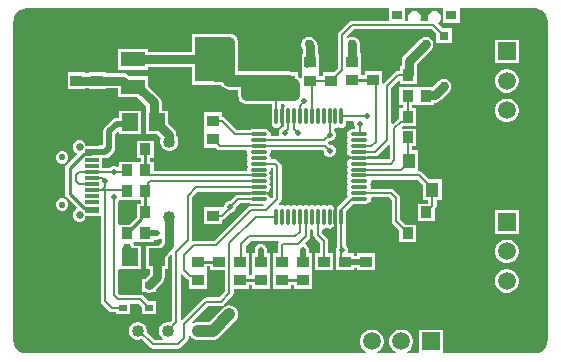
<source format=gtl>
G04*
G04 #@! TF.GenerationSoftware,Altium Limited,Altium Designer,21.2.2 (38)*
G04*
G04 Layer_Physical_Order=1*
G04 Layer_Color=255*
%FSLAX25Y25*%
%MOIN*%
G70*
G04*
G04 #@! TF.SameCoordinates,90EED6A2-F189-4C83-9C70-3762F5BC3ACE*
G04*
G04*
G04 #@! TF.FilePolarity,Positive*
G04*
G01*
G75*
%ADD10C,0.01000*%
%ADD19C,0.00800*%
%ADD21R,0.03661X0.03858*%
%ADD22R,0.02756X0.02362*%
%ADD23R,0.02756X0.04331*%
%ADD24R,0.03858X0.03661*%
%ADD25R,0.09055X0.14961*%
%ADD26R,0.07874X0.04724*%
%ADD27R,0.05256X0.05906*%
%ADD28R,0.03543X0.03150*%
%ADD29R,0.03150X0.03150*%
%ADD30R,0.04331X0.05118*%
%ADD31O,0.05906X0.01063*%
%ADD32O,0.01063X0.05906*%
%ADD33R,0.07874X0.08583*%
%ADD34R,0.04528X0.02362*%
%ADD35R,0.04528X0.01181*%
G04:AMPARAMS|DCode=36|XSize=40mil|YSize=40mil|CornerRadius=20mil|HoleSize=0mil|Usage=FLASHONLY|Rotation=0.000|XOffset=0mil|YOffset=0mil|HoleType=Round|Shape=RoundedRectangle|*
%AMROUNDEDRECTD36*
21,1,0.04000,0.00000,0,0,0.0*
21,1,0.00000,0.04000,0,0,0.0*
1,1,0.04000,0.00000,0.00000*
1,1,0.04000,0.00000,0.00000*
1,1,0.04000,0.00000,0.00000*
1,1,0.04000,0.00000,0.00000*
%
%ADD36ROUNDEDRECTD36*%
%ADD59C,0.02000*%
%ADD60C,0.03000*%
%ADD61C,0.01500*%
%ADD62C,0.04000*%
%ADD63R,0.05906X0.05906*%
%ADD64C,0.05906*%
%ADD65R,0.05906X0.05906*%
%ADD66C,0.02165*%
%ADD67C,0.02559*%
%ADD68C,0.02000*%
%ADD69C,0.03000*%
%ADD70C,0.04000*%
G36*
X88073Y53591D02*
X87718Y53237D01*
X87175Y53401D01*
X87148Y53539D01*
X86809Y54045D01*
X86303Y54384D01*
X85705Y54503D01*
X80863D01*
X80265Y54384D01*
X80242Y54369D01*
X76383D01*
X76383Y54369D01*
X75837Y54260D01*
X75374Y53951D01*
X75374Y53950D01*
X73628Y52205D01*
X73249D01*
X72514Y51900D01*
X71951Y51338D01*
X71647Y50603D01*
Y50366D01*
X71429Y50196D01*
X70929Y50299D01*
Y50299D01*
X65071D01*
Y44638D01*
X70929D01*
Y46045D01*
X71457Y46150D01*
X71920Y46459D01*
X73665Y48205D01*
X74045D01*
X74780Y48509D01*
X75342Y49072D01*
X75647Y49807D01*
Y50186D01*
X76974Y51514D01*
X80242D01*
X80265Y51499D01*
X80863Y51380D01*
X84695D01*
X84963Y50880D01*
X84874Y50748D01*
X80759D01*
X80213Y50639D01*
X79750Y50329D01*
X79750Y50329D01*
X68372Y38952D01*
X61678D01*
X61499Y39048D01*
X61218Y39390D01*
Y53537D01*
X63131Y55451D01*
X80242D01*
X80265Y55436D01*
X80863Y55317D01*
X85705D01*
X86303Y55436D01*
X86809Y55774D01*
X87148Y56280D01*
X87267Y56878D01*
X87148Y57476D01*
X86889Y57863D01*
X87148Y58250D01*
X87267Y58848D01*
X87148Y59445D01*
X86890Y59831D01*
X87148Y60217D01*
X87267Y60815D01*
X87148Y61413D01*
X86889Y61800D01*
X87148Y62187D01*
X87267Y62785D01*
X87236Y62938D01*
X87553Y63325D01*
X88073D01*
Y53591D01*
D02*
G37*
G36*
X44002Y51429D02*
X42701D01*
Y47317D01*
X42671Y47169D01*
Y46964D01*
X40136Y44429D01*
X36638Y44429D01*
X36427Y44842D01*
Y52099D01*
X36696Y52367D01*
X36780Y52571D01*
X42201D01*
X42299Y52571D01*
X42701D01*
X42799Y52571D01*
X44002D01*
Y51429D01*
D02*
G37*
G36*
X67071Y29201D02*
X72073D01*
Y22091D01*
X70152Y20171D01*
X65895D01*
X65895Y20171D01*
X65349Y20062D01*
X64885Y19753D01*
X64885Y19753D01*
X57772Y12640D01*
X57272Y12847D01*
Y27840D01*
X57772Y28047D01*
X59497Y26322D01*
X59497Y26322D01*
X59960Y26013D01*
X60071Y25991D01*
Y23138D01*
X65929D01*
Y28701D01*
X65929Y28799D01*
X65929D01*
Y29201D01*
X65929D01*
Y30502D01*
X67071D01*
Y29201D01*
D02*
G37*
G36*
X5906Y116581D02*
X126628D01*
Y112427D01*
X114500D01*
X114500Y112427D01*
X113954Y112319D01*
X113491Y112009D01*
X113491Y112009D01*
X109991Y108509D01*
X109681Y108046D01*
X109573Y107500D01*
X109573Y107500D01*
Y96560D01*
X108312Y95299D01*
X104571D01*
Y93896D01*
X103429D01*
Y95201D01*
X103429Y95299D01*
Y95701D01*
X103429Y95799D01*
Y101362D01*
X103049D01*
Y104000D01*
X102855Y104975D01*
X102302Y105802D01*
X101802Y106302D01*
X101594Y106442D01*
X101416Y106619D01*
X101184Y106716D01*
X100976Y106855D01*
X100729Y106904D01*
X100497Y107000D01*
X100246D01*
X100000Y107049D01*
X99754Y107000D01*
X99503D01*
X99271Y106904D01*
X99024Y106855D01*
X98816Y106716D01*
X98584Y106619D01*
X98406Y106442D01*
X98198Y106302D01*
X98058Y106094D01*
X97881Y105916D01*
X97785Y105684D01*
X97645Y105475D01*
X97596Y105229D01*
X97500Y104997D01*
Y104746D01*
X97451Y104500D01*
X97500Y104254D01*
Y104003D01*
X97596Y103771D01*
X97645Y103524D01*
X97785Y103316D01*
X97881Y103084D01*
X97951Y103013D01*
Y101362D01*
X97571D01*
Y95799D01*
X97571Y95701D01*
Y95299D01*
X97571Y95201D01*
Y93274D01*
X97071Y93177D01*
X96429Y93819D01*
Y95299D01*
X94506D01*
X94283Y95391D01*
X93500Y95494D01*
X76526D01*
Y99000D01*
Y102000D01*
Y105000D01*
X76423Y105783D01*
X76121Y106513D01*
X75640Y107140D01*
X75013Y107621D01*
X74283Y107923D01*
X73500Y108026D01*
X69528D01*
X69378Y108006D01*
X69028D01*
X68831Y107980D01*
X60972D01*
Y102049D01*
X46437D01*
Y102862D01*
X36563D01*
Y96138D01*
X46437D01*
Y96951D01*
X60972D01*
Y91020D01*
X68831D01*
X69028Y90994D01*
X70727D01*
X71360Y90360D01*
X71378Y90347D01*
X71392Y90329D01*
X72019Y89848D01*
X72748Y89546D01*
X73532Y89443D01*
X73532Y89443D01*
X76474D01*
Y87500D01*
X76577Y86717D01*
X76880Y85987D01*
X77360Y85360D01*
X77987Y84879D01*
X78717Y84577D01*
X79500Y84474D01*
X87762D01*
Y83542D01*
X87746Y83519D01*
X87628Y82921D01*
Y78079D01*
X87746Y77481D01*
X88085Y76975D01*
X88591Y76636D01*
X89189Y76517D01*
X89787Y76636D01*
X90293Y76975D01*
X90632Y77481D01*
X90750Y78079D01*
Y82921D01*
X90632Y83519D01*
X90616Y83542D01*
Y84474D01*
X91500D01*
X91500Y84474D01*
X91500Y84474D01*
X91793D01*
X91928Y84209D01*
X91988Y83974D01*
X91683Y83519D01*
X91565Y82921D01*
Y78079D01*
X91674Y77530D01*
X91644Y77370D01*
X91522Y77021D01*
X90810Y76726D01*
X90247Y76163D01*
X89943Y75428D01*
Y74633D01*
X90011Y74469D01*
X89733Y74053D01*
X87553D01*
X87236Y74440D01*
X87267Y74595D01*
X87148Y75193D01*
X86809Y75700D01*
X86303Y76038D01*
X85705Y76157D01*
X80863D01*
X80265Y76038D01*
X80242Y76023D01*
X76061D01*
X72043Y80041D01*
X71580Y80350D01*
X71034Y80459D01*
X70929Y80945D01*
Y81862D01*
X65071D01*
Y76201D01*
X65071D01*
Y75799D01*
X65071D01*
Y70138D01*
X68910D01*
X69399Y69649D01*
X69399Y69649D01*
X69862Y69340D01*
X70408Y69231D01*
X70408Y69231D01*
X79015D01*
X79332Y68845D01*
X79301Y68689D01*
X79420Y68091D01*
X79678Y67705D01*
X79420Y67319D01*
X79301Y66721D01*
X79420Y66124D01*
X79679Y65737D01*
X79420Y65350D01*
X79301Y64752D01*
X79420Y64154D01*
X79678Y63768D01*
X79420Y63382D01*
X79301Y62785D01*
X79332Y62629D01*
X79015Y62243D01*
X48362D01*
Y65429D01*
X47061D01*
Y66571D01*
X48362D01*
Y72429D01*
X42701D01*
Y66571D01*
X44002D01*
Y65429D01*
X42799D01*
X42701Y65429D01*
X42299D01*
X42201Y65429D01*
X36638D01*
Y63855D01*
X36138Y63648D01*
X36133Y63652D01*
X35398Y63957D01*
X34602D01*
X33867Y63652D01*
X33599Y63384D01*
X31073D01*
Y66607D01*
X32146D01*
X32926Y66762D01*
X33588Y67204D01*
X34942Y68558D01*
X34942Y68558D01*
X35384Y69220D01*
X35539Y70000D01*
X35539Y70000D01*
Y74655D01*
X36374Y75490D01*
X36874Y75283D01*
Y74547D01*
X44130D01*
Y82453D01*
X36874D01*
Y80039D01*
X36000D01*
X35220Y79884D01*
X34558Y79442D01*
X32058Y76942D01*
X31616Y76280D01*
X31461Y75500D01*
Y71097D01*
X31073Y70827D01*
X25857D01*
Y70831D01*
X25510Y71669D01*
X24868Y72311D01*
X24030Y72658D01*
X23124D01*
X22286Y72311D01*
X21644Y71669D01*
X21297Y70831D01*
Y69925D01*
X21644Y69087D01*
X22286Y68445D01*
X22629Y68303D01*
X22727Y67813D01*
X19182Y64267D01*
X18850Y63771D01*
X18734Y63186D01*
Y54666D01*
X18850Y54081D01*
X19182Y53585D01*
X22623Y50144D01*
X22525Y49654D01*
X22286Y49554D01*
X21644Y48913D01*
X21297Y48075D01*
Y47169D01*
X21644Y46331D01*
X22286Y45689D01*
X23124Y45342D01*
X24030D01*
X24868Y45689D01*
X25510Y46331D01*
X25857Y47169D01*
Y47173D01*
X30730D01*
Y18842D01*
X30730Y18842D01*
X30839Y18296D01*
X31148Y17833D01*
X33231Y15751D01*
X33694Y15441D01*
X34240Y15332D01*
X34240Y15332D01*
X35791D01*
Y14579D01*
X40547D01*
Y18073D01*
X43302D01*
X44453Y16922D01*
Y14579D01*
X49208D01*
Y18941D01*
X46471D01*
X44903Y20509D01*
X44440Y20819D01*
X43894Y20927D01*
X43893Y20927D01*
X37091D01*
X36427Y21591D01*
Y29418D01*
X36874Y29547D01*
X36927Y29547D01*
X44130D01*
Y37453D01*
X41811D01*
X41619Y37916D01*
X41427Y38109D01*
X41618Y38571D01*
X42201D01*
X42299Y38571D01*
Y38571D01*
X42701D01*
Y38571D01*
X48362D01*
Y39461D01*
X49500D01*
X49697Y39500D01*
X49898D01*
X50083Y39577D01*
X50280Y39616D01*
X50447Y39728D01*
X50451Y39729D01*
X50899Y39496D01*
X50951Y39436D01*
Y38558D01*
X49846Y37453D01*
X45870D01*
Y29547D01*
X46949D01*
Y27964D01*
X45407Y26421D01*
X44453D01*
Y25100D01*
X44282Y24240D01*
X44453Y23380D01*
Y22059D01*
X45595D01*
X45855Y21885D01*
X46830Y21691D01*
X47806Y21885D01*
X48066Y22059D01*
X49208D01*
Y23013D01*
X51300Y25105D01*
X51853Y25932D01*
X52047Y26908D01*
Y29547D01*
X53126D01*
Y33523D01*
X53956Y34353D01*
X54418Y34161D01*
Y12436D01*
X53857Y11876D01*
X53395Y12000D01*
X52605D01*
X51842Y11796D01*
X51158Y11401D01*
X50599Y10842D01*
X50204Y10158D01*
X50000Y9395D01*
Y8605D01*
X50204Y7842D01*
X50599Y7158D01*
X51158Y6599D01*
X51456Y6427D01*
X51322Y5927D01*
X48591D01*
X45982Y8537D01*
X46000Y8605D01*
Y9395D01*
X45796Y10158D01*
X45401Y10842D01*
X44842Y11401D01*
X44158Y11796D01*
X43395Y12000D01*
X42605D01*
X41842Y11796D01*
X41158Y11401D01*
X40599Y10842D01*
X40204Y10158D01*
X40000Y9395D01*
Y8605D01*
X40204Y7842D01*
X40599Y7158D01*
X41158Y6599D01*
X41842Y6204D01*
X42605Y6000D01*
X43395D01*
X44158Y6204D01*
X44233Y6248D01*
X46991Y3491D01*
X46991Y3491D01*
X47454Y3181D01*
X48000Y3073D01*
X48000Y3073D01*
X56500D01*
X56500Y3073D01*
X57046Y3181D01*
X57509Y3491D01*
X59509Y5491D01*
X59509Y5491D01*
X59819Y5954D01*
X59927Y6500D01*
X59927Y6500D01*
Y7286D01*
X60204Y7409D01*
X60427Y7425D01*
X60500Y7330D01*
X60599Y7158D01*
X60740Y7018D01*
X60860Y6860D01*
X61018Y6740D01*
X61158Y6599D01*
X61330Y6500D01*
X61487Y6380D01*
X61670Y6304D01*
X61842Y6204D01*
X62034Y6153D01*
X62217Y6077D01*
X62414Y6051D01*
X62605Y6000D01*
X62803D01*
X63000Y5974D01*
X68000D01*
X68783Y6077D01*
X69513Y6380D01*
X70140Y6860D01*
X75640Y12360D01*
X76121Y12987D01*
X76423Y13717D01*
X76526Y14500D01*
X76423Y15283D01*
X76121Y16013D01*
X75640Y16640D01*
X75013Y17120D01*
X74283Y17423D01*
X73500Y17526D01*
X72717Y17423D01*
X71987Y17120D01*
X71360Y16640D01*
X66747Y12026D01*
X63000D01*
X62803Y12000D01*
X62605D01*
X62414Y11949D01*
X62217Y11923D01*
X62034Y11847D01*
X61842Y11796D01*
X61670Y11696D01*
X61487Y11620D01*
X61189Y12019D01*
X66486Y17316D01*
X70743D01*
X70743Y17316D01*
X71289Y17424D01*
X71753Y17734D01*
X74509Y20491D01*
X74509Y20491D01*
X74819Y20954D01*
X74927Y21500D01*
X74927Y21500D01*
Y23138D01*
X79929D01*
Y24439D01*
X81071D01*
Y23138D01*
X86929D01*
Y28701D01*
X86929Y28799D01*
Y29201D01*
X86929Y29299D01*
Y34862D01*
X86039D01*
Y36000D01*
X86000Y36197D01*
Y36398D01*
X85923Y36583D01*
X85884Y36780D01*
X85772Y36947D01*
X85695Y37133D01*
X85553Y37275D01*
X85442Y37442D01*
X85275Y37554D01*
X85133Y37696D01*
X84947Y37772D01*
X84780Y37884D01*
X84583Y37923D01*
X84398Y38000D01*
X84197D01*
X84000Y38039D01*
X83803Y38000D01*
X83602D01*
X83417Y37923D01*
X83220Y37884D01*
X83053Y37772D01*
X82867Y37696D01*
X82725Y37554D01*
X82558Y37442D01*
X82446Y37275D01*
X82305Y37133D01*
X82228Y36947D01*
X82116Y36780D01*
X82077Y36583D01*
X82000Y36398D01*
Y36197D01*
X81961Y36000D01*
Y34862D01*
X81071D01*
Y29299D01*
X81071Y29201D01*
Y28799D01*
X81071Y28701D01*
Y27498D01*
X79929D01*
Y28799D01*
X79929D01*
Y29201D01*
X79929D01*
Y34862D01*
X78927D01*
Y37409D01*
X80591Y39073D01*
X89815D01*
X90022Y38573D01*
X89991Y38541D01*
X89681Y38078D01*
X89573Y37531D01*
X89573Y37531D01*
Y34862D01*
X88071D01*
Y29299D01*
X88071Y29201D01*
Y28799D01*
X88071Y28701D01*
Y23138D01*
X93929D01*
Y24439D01*
X95071D01*
Y23138D01*
X100929D01*
Y28701D01*
X100929Y28799D01*
Y29201D01*
X100929Y29299D01*
Y34862D01*
X100039D01*
Y36000D01*
X100000Y36197D01*
Y36398D01*
X99923Y36583D01*
X99884Y36780D01*
X99772Y36947D01*
X99695Y37133D01*
X99554Y37275D01*
X99442Y37442D01*
X99275Y37554D01*
X99133Y37696D01*
X98947Y37772D01*
X98867Y38280D01*
X98887Y38368D01*
X100041Y39522D01*
X100350Y39985D01*
X100459Y40531D01*
X100459Y40532D01*
Y42767D01*
X100845Y43084D01*
X100999Y43053D01*
X101154Y43084D01*
X101541Y42767D01*
Y41032D01*
X101541Y41032D01*
X101650Y40485D01*
X101959Y40022D01*
X103573Y38409D01*
Y34862D01*
X102071D01*
Y29201D01*
X107929D01*
Y34862D01*
X106427D01*
Y39000D01*
X106427Y39000D01*
X106319Y39546D01*
X106009Y40009D01*
X106009Y40009D01*
X104396Y41623D01*
Y42767D01*
X104782Y43084D01*
X104936Y43053D01*
X105534Y43172D01*
X105921Y43431D01*
X106308Y43173D01*
X106905Y43054D01*
X107503Y43173D01*
X108010Y43511D01*
X108348Y44018D01*
X108467Y44615D01*
Y49458D01*
X108348Y50055D01*
X108010Y50562D01*
X107503Y50900D01*
X106905Y51019D01*
X106308Y50900D01*
X105921Y50642D01*
X105534Y50900D01*
X104936Y51019D01*
X104339Y50900D01*
X103953Y50642D01*
X103566Y50900D01*
X102968Y51019D01*
X102371Y50900D01*
X101983Y50642D01*
X101597Y50900D01*
X100999Y51019D01*
X100402Y50900D01*
X100016Y50642D01*
X99629Y50901D01*
X99031Y51019D01*
X98434Y50901D01*
X98046Y50642D01*
X97660Y50900D01*
X97062Y51019D01*
X96465Y50900D01*
X96079Y50642D01*
X95692Y50901D01*
X95094Y51019D01*
X94497Y50901D01*
X94109Y50642D01*
X93723Y50900D01*
X93125Y51019D01*
X92528Y50900D01*
X92142Y50642D01*
X91755Y50901D01*
X91157Y51019D01*
X90560Y50901D01*
X90477Y50845D01*
X90168Y50976D01*
X90058Y51540D01*
X90509Y51991D01*
X90509Y51991D01*
X90819Y52454D01*
X90927Y53000D01*
X90927Y53000D01*
Y64000D01*
X90927Y64000D01*
X90819Y64546D01*
X90509Y65009D01*
X90509Y65009D01*
X89757Y65761D01*
X89294Y66071D01*
X88748Y66179D01*
X88748Y66179D01*
X87553D01*
X87236Y66566D01*
X87267Y66721D01*
X87148Y67319D01*
X86890Y67705D01*
X87148Y68091D01*
X87267Y68689D01*
X87236Y68845D01*
X87553Y69231D01*
X104788D01*
X104904Y69116D01*
Y68736D01*
X105208Y68001D01*
X105771Y67439D01*
X106506Y67134D01*
X107302D01*
X108037Y67439D01*
X108599Y68001D01*
X108904Y68736D01*
Y69532D01*
X108599Y70267D01*
X108037Y70830D01*
X107302Y71134D01*
X106923D01*
X106389Y71668D01*
X106375Y71812D01*
X106940Y72377D01*
X107319D01*
X108054Y72682D01*
X108617Y73244D01*
X108922Y73979D01*
Y74775D01*
X108617Y75510D01*
X108371Y75756D01*
X108386Y76219D01*
X108779Y76536D01*
X108874Y76517D01*
X109472Y76636D01*
X109859Y76895D01*
X110245Y76637D01*
X110843Y76518D01*
X111441Y76637D01*
X111947Y76975D01*
X112286Y77482D01*
X112405Y78079D01*
Y79073D01*
X114830D01*
X115107Y78657D01*
X115000Y78398D01*
Y77602D01*
X115305Y76867D01*
X115515Y76657D01*
X115433Y76157D01*
X114326D01*
X113729Y76038D01*
X113222Y75700D01*
X112883Y75193D01*
X112765Y74595D01*
X112883Y73998D01*
X113142Y73611D01*
X112883Y73224D01*
X112765Y72626D01*
X112883Y72028D01*
X113142Y71642D01*
X112883Y71256D01*
X112765Y70658D01*
X112883Y70061D01*
X113142Y69674D01*
X112883Y69287D01*
X112765Y68689D01*
X112883Y68091D01*
X113222Y67585D01*
X113729Y67246D01*
X114326Y67128D01*
X119169D01*
X119766Y67246D01*
X119789Y67262D01*
X122189D01*
X122189Y67262D01*
X122735Y67370D01*
X123198Y67680D01*
X126573Y71054D01*
X127073Y70847D01*
Y66591D01*
X126661Y66179D01*
X119789D01*
X119766Y66195D01*
X119169Y66313D01*
X114326D01*
X113729Y66195D01*
X113222Y65856D01*
X112883Y65350D01*
X112765Y64752D01*
X112883Y64154D01*
X113142Y63768D01*
X112883Y63382D01*
X112765Y62785D01*
X112883Y62187D01*
X113142Y61800D01*
X112883Y61413D01*
X112765Y60815D01*
X112883Y60217D01*
X113142Y59831D01*
X112883Y59445D01*
X112765Y58848D01*
X112883Y58250D01*
X113142Y57863D01*
X112883Y57476D01*
X112765Y56878D01*
X112883Y56280D01*
X113142Y55894D01*
X112883Y55508D01*
X112765Y54911D01*
X112883Y54313D01*
X113142Y53926D01*
X112883Y53539D01*
X112878Y53512D01*
X110272Y50906D01*
X110245Y50900D01*
X109738Y50562D01*
X109400Y50055D01*
X109281Y49458D01*
Y44615D01*
X109400Y44018D01*
X109415Y43995D01*
Y37243D01*
X109304Y37133D01*
X109000Y36398D01*
Y35602D01*
X109099Y35362D01*
X109071Y34862D01*
X109071Y34862D01*
X109071Y34862D01*
Y29201D01*
X114929D01*
Y29992D01*
X116071D01*
Y29201D01*
X121929D01*
Y34862D01*
X116071D01*
Y34071D01*
X114929D01*
Y34862D01*
X113235D01*
X112901Y35362D01*
X113000Y35602D01*
Y36398D01*
X112696Y37133D01*
X112270Y37559D01*
Y43995D01*
X112285Y44018D01*
X112404Y44615D01*
Y49000D01*
X114783Y51380D01*
X119169D01*
X119766Y51499D01*
X120273Y51837D01*
X120611Y52343D01*
X120730Y52941D01*
X120699Y53097D01*
X121016Y53483D01*
X126736D01*
X127573Y52647D01*
Y45567D01*
X127573Y45567D01*
X127681Y45021D01*
X127991Y44558D01*
X130138Y42410D01*
Y38571D01*
X135799D01*
Y44429D01*
X132157D01*
X130427Y46158D01*
Y53238D01*
X130427Y53238D01*
X130319Y53785D01*
X130009Y54248D01*
X130009Y54248D01*
X128337Y55920D01*
X127874Y56229D01*
X127328Y56338D01*
X127328Y56338D01*
X121017D01*
X120700Y56725D01*
X120730Y56878D01*
X120611Y57476D01*
X120353Y57863D01*
X120611Y58250D01*
X120730Y58848D01*
X120700Y59001D01*
X121017Y59388D01*
X136287D01*
X138035Y57640D01*
Y52541D01*
X139773D01*
Y51461D01*
X136244D01*
Y45603D01*
X141905D01*
Y49442D01*
X142209Y49746D01*
X142209Y49746D01*
X142519Y50209D01*
X142627Y50756D01*
X142627Y50756D01*
Y52541D01*
X144365D01*
Y59659D01*
X140053D01*
X137888Y61825D01*
X137425Y62134D01*
X136879Y62243D01*
X136465Y62522D01*
Y69359D01*
X134439D01*
Y70603D01*
X135843D01*
Y76461D01*
X131133D01*
X130942Y76923D01*
X131312Y77293D01*
X131538D01*
X131538Y77293D01*
X131676Y77321D01*
X135799D01*
Y83179D01*
X134396D01*
Y84321D01*
X135701D01*
X135799Y84321D01*
X136201D01*
X136299Y84321D01*
X141862D01*
Y85130D01*
X142179D01*
X143155Y85324D01*
X143982Y85877D01*
X146802Y88698D01*
X146942Y88906D01*
X147119Y89084D01*
X147215Y89316D01*
X147355Y89525D01*
X147404Y89771D01*
X147500Y90003D01*
Y90254D01*
X147549Y90500D01*
X147500Y90746D01*
Y90997D01*
X147404Y91229D01*
X147355Y91475D01*
X147215Y91684D01*
X147119Y91916D01*
X146942Y92094D01*
X146802Y92302D01*
X146594Y92442D01*
X146416Y92619D01*
X146184Y92716D01*
X145975Y92855D01*
X145729Y92904D01*
X145497Y93000D01*
X145246D01*
X145000Y93049D01*
X144754Y93000D01*
X144503D01*
X144271Y92904D01*
X144025Y92855D01*
X143816Y92716D01*
X143584Y92619D01*
X143406Y92442D01*
X143198Y92302D01*
X141123Y90228D01*
X139362D01*
X139116Y90179D01*
X136299D01*
X136201Y90179D01*
X135799D01*
X135701Y90179D01*
X130138D01*
Y84321D01*
X131541D01*
Y83179D01*
X130138D01*
Y80015D01*
X129711Y79730D01*
X127927Y77946D01*
X127427Y78153D01*
Y89909D01*
X129888Y92369D01*
X130388Y92162D01*
Y91321D01*
X136049D01*
Y94335D01*
X136098Y94581D01*
Y97993D01*
X140802Y102698D01*
X140942Y102906D01*
X141119Y103084D01*
X141216Y103316D01*
X141355Y103524D01*
X141404Y103771D01*
X141500Y104003D01*
Y104254D01*
X141549Y104500D01*
X141500Y104746D01*
Y104997D01*
X141404Y105229D01*
X141355Y105475D01*
X141216Y105684D01*
X141119Y105916D01*
X140942Y106094D01*
X140802Y106302D01*
X140594Y106442D01*
X140416Y106619D01*
X140184Y106716D01*
X139976Y106855D01*
X139729Y106904D01*
X139497Y107000D01*
X139246D01*
X139000Y107049D01*
X138754Y107000D01*
X138503D01*
X138271Y106904D01*
X138024Y106855D01*
X137816Y106716D01*
X137584Y106619D01*
X137406Y106442D01*
X137198Y106302D01*
X131747Y100852D01*
X131194Y100025D01*
X131000Y99049D01*
Y97179D01*
X130388D01*
Y95677D01*
X129750D01*
X129750Y95677D01*
X129204Y95569D01*
X128741Y95259D01*
X128741Y95259D01*
X124991Y91509D01*
X124929Y91417D01*
X124429Y91569D01*
Y95549D01*
X118571D01*
Y94248D01*
X117429D01*
Y95549D01*
X117429Y95549D01*
Y95951D01*
X117429D01*
X117429Y96049D01*
Y101612D01*
X117049D01*
Y104500D01*
X117000Y104746D01*
Y104997D01*
X116904Y105229D01*
X116855Y105475D01*
X116716Y105684D01*
X116619Y105916D01*
X116442Y106094D01*
X116302Y106302D01*
X116094Y106442D01*
X115916Y106619D01*
X115684Y106716D01*
X115475Y106855D01*
X115229Y106904D01*
X114997Y107000D01*
X114746D01*
X114500Y107049D01*
X114254Y107000D01*
X114003D01*
X113771Y106904D01*
X113524Y106855D01*
X113316Y106716D01*
X113229Y106679D01*
X112806Y106850D01*
X112698Y106940D01*
X112674Y107155D01*
X115091Y109573D01*
X140946D01*
X142514Y108005D01*
Y104874D01*
X147664D01*
Y110024D01*
X144533D01*
X142984Y111573D01*
X143026Y111786D01*
X143612Y112371D01*
X143929Y113137D01*
Y113965D01*
X143612Y114731D01*
X143026Y115317D01*
X142261Y115634D01*
X141432D01*
X140667Y115317D01*
X140081Y114731D01*
X139764Y113965D01*
Y113137D01*
X139885Y112843D01*
X139608Y112427D01*
X137392D01*
X137115Y112843D01*
X137236Y113137D01*
Y113965D01*
X136919Y114731D01*
X136333Y115317D01*
X135568Y115634D01*
X134739D01*
X133974Y115317D01*
X133388Y114731D01*
X133071Y113965D01*
Y113137D01*
X133193Y112843D01*
X132915Y112427D01*
X132172D01*
Y116581D01*
X144739D01*
Y111725D01*
X150282D01*
Y116581D01*
X174699D01*
X174706Y116581D01*
X175197Y116581D01*
X175678Y116534D01*
X176334Y116448D01*
X177393Y116009D01*
X178303Y115311D01*
X179001Y114401D01*
X179440Y113342D01*
X179583Y112256D01*
X179573Y112205D01*
Y6404D01*
X179573Y6397D01*
X179573Y5906D01*
X179527Y5425D01*
X179440Y4769D01*
X179001Y3709D01*
X178303Y2799D01*
X177393Y2101D01*
X176334Y1662D01*
X175248Y1519D01*
X175197Y1529D01*
X145131D01*
X144638Y1547D01*
X144638Y2029D01*
Y9453D01*
X136732D01*
X136732Y1547D01*
X136239Y1529D01*
X132872D01*
X132738Y2029D01*
X133270Y2337D01*
X134006Y3073D01*
X134527Y3974D01*
X134796Y4980D01*
Y6020D01*
X134527Y7026D01*
X134006Y7927D01*
X133270Y8663D01*
X132369Y9184D01*
X131363Y9453D01*
X130323D01*
X129317Y9184D01*
X128416Y8663D01*
X127680Y7927D01*
X127159Y7026D01*
X126890Y6020D01*
Y4980D01*
X127159Y3974D01*
X127680Y3073D01*
X128416Y2337D01*
X128948Y2029D01*
X128814Y1529D01*
X123029D01*
X122895Y2029D01*
X123427Y2337D01*
X124163Y3073D01*
X124684Y3974D01*
X124953Y4980D01*
Y6020D01*
X124684Y7026D01*
X124163Y7927D01*
X123427Y8663D01*
X122526Y9184D01*
X121520Y9453D01*
X120480D01*
X119474Y9184D01*
X118573Y8663D01*
X117837Y7927D01*
X117316Y7026D01*
X117047Y6020D01*
Y4980D01*
X117316Y3974D01*
X117837Y3073D01*
X118573Y2337D01*
X119105Y2029D01*
X118971Y1529D01*
X6404D01*
X6397Y1529D01*
X5906Y1529D01*
X5425Y1576D01*
X4769Y1662D01*
X3709Y2101D01*
X2799Y2799D01*
X2101Y3709D01*
X1662Y4769D01*
X1519Y5854D01*
X1529Y5906D01*
Y111708D01*
X1529Y111712D01*
X1529Y112205D01*
X1576Y112686D01*
X1662Y113342D01*
X2101Y114401D01*
X2799Y115311D01*
X3709Y116009D01*
X4769Y116448D01*
X5854Y116591D01*
X5906Y116581D01*
D02*
G37*
%LPC*%
G36*
X169953Y106138D02*
X162047D01*
Y98232D01*
X169953D01*
Y106138D01*
D02*
G37*
G36*
X32429Y95299D02*
X26571D01*
Y95017D01*
X25429D01*
Y95299D01*
X19571D01*
Y89638D01*
X25429D01*
Y89920D01*
X26571D01*
Y89638D01*
X32429D01*
Y89920D01*
X36563D01*
Y87083D01*
X42832D01*
X45821Y84094D01*
Y79628D01*
X45870Y79382D01*
Y74547D01*
X49521D01*
X50760Y73309D01*
Y73254D01*
X50704Y73158D01*
X50500Y72395D01*
Y71605D01*
X50704Y70842D01*
X51099Y70158D01*
X51658Y69599D01*
X52342Y69204D01*
X53105Y69000D01*
X53895D01*
X54658Y69204D01*
X55342Y69599D01*
X55901Y70158D01*
X56296Y70842D01*
X56500Y71605D01*
Y72395D01*
X56296Y73158D01*
X55901Y73842D01*
X55858Y73885D01*
Y74365D01*
X55664Y75340D01*
X55111Y76167D01*
X53126Y78152D01*
Y82453D01*
X50919D01*
Y85150D01*
X50725Y86125D01*
X50172Y86952D01*
X46437Y90688D01*
Y93807D01*
X40168D01*
X39704Y94271D01*
X38877Y94823D01*
X37902Y95017D01*
X32429D01*
Y95299D01*
D02*
G37*
G36*
X166520Y96296D02*
X165480D01*
X164474Y96027D01*
X163573Y95506D01*
X162837Y94770D01*
X162316Y93869D01*
X162047Y92863D01*
Y91823D01*
X162316Y90817D01*
X162837Y89916D01*
X163573Y89180D01*
X164474Y88659D01*
X165480Y88390D01*
X166520D01*
X167526Y88659D01*
X168427Y89180D01*
X169163Y89916D01*
X169684Y90817D01*
X169953Y91823D01*
Y92863D01*
X169684Y93869D01*
X169163Y94770D01*
X168427Y95506D01*
X167526Y96027D01*
X166520Y96296D01*
D02*
G37*
G36*
Y86453D02*
X165480D01*
X164474Y86184D01*
X163573Y85663D01*
X162837Y84927D01*
X162316Y84026D01*
X162047Y83020D01*
Y81980D01*
X162316Y80974D01*
X162837Y80073D01*
X163573Y79337D01*
X164474Y78816D01*
X165480Y78547D01*
X166520D01*
X167526Y78816D01*
X168427Y79337D01*
X169163Y80073D01*
X169684Y80974D01*
X169953Y81980D01*
Y83020D01*
X169684Y84026D01*
X169163Y84927D01*
X168427Y85663D01*
X167526Y86184D01*
X166520Y86453D01*
D02*
G37*
G36*
X18162Y68956D02*
X17334D01*
X16568Y68639D01*
X15982Y68053D01*
X15665Y67287D01*
Y66459D01*
X15982Y65693D01*
X16568Y65107D01*
X17334Y64790D01*
X18162D01*
X18928Y65107D01*
X19514Y65693D01*
X19831Y66459D01*
Y67287D01*
X19514Y68053D01*
X18928Y68639D01*
X18162Y68956D01*
D02*
G37*
G36*
Y53208D02*
X17334D01*
X16568Y52891D01*
X15982Y52305D01*
X15665Y51539D01*
Y50711D01*
X15982Y49945D01*
X16568Y49359D01*
X17334Y49042D01*
X18162D01*
X18928Y49359D01*
X19514Y49945D01*
X19831Y50711D01*
Y51539D01*
X19514Y52305D01*
X18928Y52891D01*
X18162Y53208D01*
D02*
G37*
G36*
X169953Y49295D02*
X162047D01*
Y41389D01*
X169953D01*
Y49295D01*
D02*
G37*
G36*
X166520Y39453D02*
X165480D01*
X164474Y39184D01*
X163573Y38663D01*
X162837Y37927D01*
X162316Y37026D01*
X162047Y36020D01*
Y34980D01*
X162316Y33974D01*
X162837Y33073D01*
X163573Y32337D01*
X164474Y31816D01*
X165480Y31547D01*
X166520D01*
X167526Y31816D01*
X168427Y32337D01*
X169163Y33073D01*
X169684Y33974D01*
X169953Y34980D01*
Y36020D01*
X169684Y37026D01*
X169163Y37927D01*
X168427Y38663D01*
X167526Y39184D01*
X166520Y39453D01*
D02*
G37*
G36*
Y29610D02*
X165480D01*
X164474Y29341D01*
X163573Y28820D01*
X162837Y28084D01*
X162316Y27183D01*
X162047Y26177D01*
Y25137D01*
X162316Y24131D01*
X162837Y23230D01*
X163573Y22494D01*
X164474Y21973D01*
X165480Y21704D01*
X166520D01*
X167526Y21973D01*
X168427Y22494D01*
X169163Y23230D01*
X169684Y24131D01*
X169953Y25137D01*
Y26177D01*
X169684Y27183D01*
X169163Y28084D01*
X168427Y28820D01*
X167526Y29341D01*
X166520Y29610D01*
D02*
G37*
%LPD*%
D10*
X39469Y41500D02*
Y41598D01*
X44201Y46331D01*
Y47169D01*
X45531Y48500D01*
X99169Y97201D02*
X100500Y98532D01*
X93500Y92469D02*
X93598D01*
X98000Y25969D02*
X98000Y25969D01*
X91000Y25969D02*
X98000D01*
X84000D02*
X84000Y25969D01*
X77000Y25969D02*
X84000D01*
X70000Y32032D02*
X70000Y32032D01*
X63000Y32032D02*
X70000D01*
X114500Y92718D02*
X121500D01*
X114500Y92718D02*
X114500Y92718D01*
X25042Y67965D02*
X27128D01*
X20263Y54666D02*
Y63186D01*
X25042Y67965D01*
X27128D02*
X27809Y68646D01*
X20263Y54666D02*
X24909Y50020D01*
X27143D02*
X27809Y49354D01*
X24909Y50020D02*
X27143D01*
X45531Y48500D02*
X45531Y48500D01*
X45531Y48500D02*
Y55500D01*
X45531Y62500D02*
Y69500D01*
D19*
X65895Y18743D02*
X70743D01*
X58500Y6500D02*
Y11349D01*
X65895Y18743D01*
X56500Y4500D02*
X58500Y6500D01*
X43500Y9000D02*
X48000Y4500D01*
X56500D01*
X43000Y9000D02*
X43500D01*
X53000D02*
X55845Y11845D01*
X34240Y16760D02*
X38169D01*
X32158Y18842D02*
X34240Y16760D01*
X32158Y18842D02*
Y56047D01*
X43894Y19500D02*
X46634Y16760D01*
X36500Y19500D02*
X43894D01*
X35000Y21000D02*
X36500Y19500D01*
X55845Y11845D02*
Y35253D01*
X39469Y48500D02*
X39500Y48531D01*
Y51500D01*
X62540Y56878D02*
X83284D01*
X59790Y54128D02*
X62540Y56878D01*
X59790Y39198D02*
Y54128D01*
X55845Y35253D02*
X59790Y39198D01*
X97063Y80500D02*
Y84063D01*
X98500Y85500D01*
X98500D01*
X141538Y111000D02*
X145089Y107449D01*
X114500Y111000D02*
X141538D01*
X111000Y107500D02*
X114500Y111000D01*
X109029Y93998D02*
X111000Y95969D01*
X107500Y92469D02*
X107598D01*
X109029Y93899D01*
Y93998D01*
X111000Y95969D02*
Y107500D01*
X110842Y33189D02*
Y47036D01*
Y49457D01*
X114326Y52941D02*
X116747D01*
X110842Y49457D02*
X114326Y52941D01*
X126000Y90500D02*
X129750Y94250D01*
X133219D01*
X126000Y72500D02*
Y90500D01*
X122189Y68689D02*
X126000Y72500D01*
X116747Y68689D02*
X122189D01*
X89189Y89811D02*
Y89878D01*
Y87500D02*
Y89811D01*
X86532Y92468D02*
X86598D01*
X86500D02*
X86532D01*
X89189Y80500D02*
Y87500D01*
X86598Y92468D02*
X89189Y89878D01*
X91943Y75164D02*
X93126Y76347D01*
Y80500D01*
X91943Y75030D02*
Y75164D01*
X95095Y76361D02*
X96387Y75068D01*
X95095Y76361D02*
Y80501D01*
X61578Y37525D02*
X68964D01*
X58500Y29338D02*
Y34447D01*
X61578Y37525D01*
X68964D02*
X80759Y49320D01*
X85820D02*
X89500Y53000D01*
X80759Y49320D02*
X85820D01*
X82346Y47036D02*
X89188D01*
X73500Y21500D02*
Y38190D01*
X82346Y47036D01*
X70743Y18743D02*
X73500Y21500D01*
X60506Y27332D02*
X61637D01*
X63000Y25969D01*
X58500Y29338D02*
X60506Y27332D01*
X89500Y53000D02*
Y64000D01*
X83284Y64752D02*
X88748D01*
X89500Y64000D01*
X105380Y70658D02*
X106904Y69134D01*
X83284Y70658D02*
X105380D01*
X105171Y72626D02*
X106922Y74377D01*
X83284Y72626D02*
X105171D01*
X106914Y74385D02*
X106922Y74377D01*
X106906Y80501D02*
X106914Y80493D01*
Y74385D02*
Y80493D01*
X110842Y33189D02*
X112000Y32032D01*
X102968Y41032D02*
X105000Y39000D01*
Y32032D02*
Y39000D01*
X102968Y41032D02*
Y47036D01*
X91000Y37531D02*
X91469Y38000D01*
X91000Y32032D02*
Y37531D01*
X91469Y38000D02*
X96500D01*
X99031Y40531D01*
Y47037D01*
X77500Y32531D02*
Y38000D01*
X77000Y32032D02*
X77500Y32531D01*
Y38000D02*
X80000Y40500D01*
X95500D01*
X97062Y42062D01*
Y47036D01*
X68000Y53531D02*
X69379Y54911D01*
X83284D01*
X70910Y47469D02*
X76383Y52941D01*
X68000Y47469D02*
X70910D01*
X76383Y52941D02*
X83284D01*
X70408Y70658D02*
X83284D01*
X68098Y72969D02*
X70408Y70658D01*
X68000Y72969D02*
X68098D01*
X71034Y79031D02*
X75470Y74595D01*
X83284D01*
X68000Y79031D02*
X71034D01*
X100500Y92469D02*
X107500D01*
X107500Y92469D01*
X100500Y92469D02*
X101000Y91969D01*
Y80500D02*
Y91969D01*
X122292Y72056D02*
Y91926D01*
X120895Y70658D02*
X122292Y72056D01*
X116747Y70658D02*
X120895D01*
X121500Y92718D02*
X122292Y91926D01*
X110843Y80501D02*
X110844Y80500D01*
X119500D01*
X116747Y74595D02*
X116878D01*
X117000Y74717D01*
Y78000D01*
X132968Y80152D02*
Y87250D01*
X131538Y78721D02*
X132968Y80152D01*
X116747Y54911D02*
X127328D01*
X129000Y45567D02*
Y53238D01*
X127328Y54911D02*
X129000Y53238D01*
Y45567D02*
X132968Y41598D01*
Y41500D02*
Y41598D01*
X133012Y52172D02*
Y55812D01*
Y48532D02*
Y52172D01*
X131535Y58000D02*
X133300Y56235D01*
X123000Y58000D02*
X131535D01*
X133300Y56100D02*
Y56235D01*
X133012Y55812D02*
X133300Y56100D01*
X142516Y45083D02*
X146000Y48567D01*
X139032Y41598D02*
X142516Y45083D01*
X134442Y46187D02*
X139032Y41598D01*
X134442Y46187D02*
Y47101D01*
X133012Y48532D02*
X134442Y47101D01*
X128500Y66000D02*
Y76500D01*
X130721Y78721D02*
X131538D01*
X128500Y76500D02*
X130721Y78721D01*
X116747Y64752D02*
X127252D01*
X128500Y66000D01*
X139075Y73532D02*
Y80207D01*
X146000Y48567D02*
Y60606D01*
X139032Y41500D02*
Y41598D01*
X141200Y65406D02*
Y65800D01*
Y65406D02*
X146000Y60606D01*
X139075Y68319D02*
X141200Y66194D01*
Y65800D02*
Y66194D01*
X139075Y68319D02*
Y73532D01*
X139032Y80250D02*
X139075Y80207D01*
X141200Y50756D02*
Y56100D01*
X139075Y48630D02*
X141200Y50756D01*
X139075Y48532D02*
Y48630D01*
X133012Y65694D02*
Y73532D01*
Y65694D02*
X133300Y65406D01*
X141200Y56100D02*
Y56494D01*
X116747Y60815D02*
X136879D01*
X141200Y56494D01*
X116747Y62785D02*
X130678D01*
X133300Y65406D01*
X31112Y56047D02*
X38921D01*
X31112D02*
X32147Y57082D01*
Y59004D01*
X27809Y56047D02*
X31112D01*
X35000Y21000D02*
Y53500D01*
X46634Y16760D02*
X46830D01*
X47115Y58848D02*
X83284D01*
X45531Y55500D02*
X46428Y56397D01*
Y58161D02*
X47115Y58848D01*
X46428Y56397D02*
Y58161D01*
X45531Y62401D02*
Y62500D01*
X47118Y60815D02*
X83284D01*
X45531Y62401D02*
X47118Y60815D01*
X38921Y56047D02*
X39469Y55500D01*
X31124Y59987D02*
X32106Y59004D01*
X32147D01*
X27809Y59987D02*
X31124D01*
X35000Y61957D02*
X38925D01*
X27809D02*
X35000D01*
X22500Y59000D02*
X23483Y58017D01*
X27809D01*
X22500Y59000D02*
Y61000D01*
X23457Y61957D01*
X27809D01*
X38925D02*
X39469Y62500D01*
D21*
X45531Y41500D02*
D03*
X39469D02*
D03*
X45531Y48500D02*
D03*
X39469D02*
D03*
X45531Y69500D02*
D03*
X39469D02*
D03*
X39469Y62500D02*
D03*
X45531D02*
D03*
X39469Y55500D02*
D03*
X45531D02*
D03*
X139032Y87250D02*
D03*
X132968D02*
D03*
X132968Y80250D02*
D03*
X139032D02*
D03*
X139281Y94250D02*
D03*
X133219D02*
D03*
X133012Y48532D02*
D03*
X139075D02*
D03*
X133012Y73532D02*
D03*
X139075D02*
D03*
X132968Y41500D02*
D03*
X139032D02*
D03*
D22*
X46830Y24240D02*
D03*
Y16760D02*
D03*
X38169D02*
D03*
D23*
Y23453D02*
D03*
D24*
X68000Y53531D02*
D03*
Y47469D02*
D03*
X86500Y92468D02*
D03*
Y98531D02*
D03*
X79500Y92468D02*
D03*
Y98531D02*
D03*
X29500Y92469D02*
D03*
Y98532D02*
D03*
X22500Y92469D02*
D03*
Y98532D02*
D03*
X98000Y32032D02*
D03*
Y25969D02*
D03*
X84000Y32032D02*
D03*
Y25969D02*
D03*
X70000Y32032D02*
D03*
Y25969D02*
D03*
X91000Y32032D02*
D03*
Y25969D02*
D03*
X77000Y32032D02*
D03*
Y25969D02*
D03*
X63000Y25969D02*
D03*
Y32032D02*
D03*
X105000Y25969D02*
D03*
Y32032D02*
D03*
X112000Y25969D02*
D03*
Y32032D02*
D03*
X68000Y72969D02*
D03*
Y79031D02*
D03*
X93500Y92469D02*
D03*
Y98532D02*
D03*
X100500Y98532D02*
D03*
Y92469D02*
D03*
X107500Y92469D02*
D03*
Y98532D02*
D03*
X114500Y98782D02*
D03*
Y92718D02*
D03*
X121500Y92718D02*
D03*
Y98782D02*
D03*
X119000Y25969D02*
D03*
Y32032D02*
D03*
D25*
X66500Y99500D02*
D03*
D26*
X41500D02*
D03*
Y90445D02*
D03*
Y108555D02*
D03*
D27*
X49498Y33500D02*
D03*
X40502D02*
D03*
X49498Y78500D02*
D03*
X40502D02*
D03*
D28*
X129400Y114300D02*
D03*
X147510D02*
D03*
D29*
X145089Y107449D02*
D03*
X131900D02*
D03*
D30*
X133300Y65800D02*
D03*
X141200D02*
D03*
X133300Y56100D02*
D03*
X141200D02*
D03*
D31*
X116747Y52941D02*
D03*
Y54911D02*
D03*
Y56878D02*
D03*
Y58848D02*
D03*
Y60815D02*
D03*
Y62785D02*
D03*
Y64752D02*
D03*
Y66721D02*
D03*
Y68689D02*
D03*
Y70658D02*
D03*
Y72626D02*
D03*
Y74595D02*
D03*
X83284D02*
D03*
Y72626D02*
D03*
Y70658D02*
D03*
Y68689D02*
D03*
Y66721D02*
D03*
Y64752D02*
D03*
Y62785D02*
D03*
Y60815D02*
D03*
Y58848D02*
D03*
Y56878D02*
D03*
Y54911D02*
D03*
Y52941D02*
D03*
D32*
X110843Y80501D02*
D03*
X108874Y80500D02*
D03*
X106906Y80501D02*
D03*
X104937Y80500D02*
D03*
X102969Y80501D02*
D03*
X101000Y80500D02*
D03*
X99032Y80501D02*
D03*
X97063Y80500D02*
D03*
X95095Y80501D02*
D03*
X93126Y80500D02*
D03*
X91158Y80501D02*
D03*
X89189Y80500D02*
D03*
X89188Y47036D02*
D03*
X91157Y47037D02*
D03*
X93125Y47036D02*
D03*
X95094Y47037D02*
D03*
X97062Y47036D02*
D03*
X99031Y47037D02*
D03*
X100999Y47036D02*
D03*
X102968Y47036D02*
D03*
X104936Y47036D02*
D03*
X106905Y47036D02*
D03*
X108873Y47036D02*
D03*
X110842Y47036D02*
D03*
D33*
X25545Y79118D02*
D03*
X10191D02*
D03*
X25545Y38882D02*
D03*
X10191D02*
D03*
D34*
X27809Y46402D02*
D03*
Y49354D02*
D03*
Y68646D02*
D03*
Y71599D02*
D03*
D35*
Y52110D02*
D03*
Y54077D02*
D03*
Y56047D02*
D03*
Y58017D02*
D03*
Y59987D02*
D03*
Y61957D02*
D03*
Y63917D02*
D03*
Y65887D02*
D03*
D36*
X63000Y9000D02*
D03*
X53000D02*
D03*
X43000D02*
D03*
X33000D02*
D03*
D59*
X45531Y41500D02*
X49500D01*
X98000Y32032D02*
Y36000D01*
X84000Y32032D02*
Y36000D01*
X112000Y32032D02*
X119000D01*
X36000Y78000D02*
X40002D01*
X40502Y78500D01*
X33500Y75500D02*
X36000Y78000D01*
X33500Y70000D02*
Y75500D01*
X27809Y68646D02*
X32146D01*
X33500Y70000D01*
D60*
X46830Y24240D02*
X49498Y26908D01*
Y33500D01*
X50626Y34953D02*
X50951D01*
X49498Y33825D02*
X50626Y34953D01*
X49498Y33500D02*
Y33825D01*
X53500Y37502D02*
Y47000D01*
X50951Y34953D02*
X53500Y37502D01*
X139032Y87348D02*
X139362Y87679D01*
X142179D02*
X145000Y90500D01*
X139032Y87250D02*
Y87348D01*
X139362Y87679D02*
X142179D01*
X133549Y99049D02*
X139000Y104500D01*
X133219Y94250D02*
X133549Y94581D01*
Y99049D01*
X114500Y98782D02*
Y104500D01*
X100500Y98532D02*
Y104000D01*
X100000Y104500D02*
X100500Y104000D01*
X83516Y92469D02*
X93500D01*
X79500D02*
X83516D01*
X67764Y103236D02*
X69000Y102000D01*
X66527D02*
X67764Y103236D01*
X66500Y101972D02*
X66527Y102000D01*
X69508Y104980D02*
X69528Y105000D01*
X67764Y103236D02*
X69508Y104980D01*
X41500Y99500D02*
X66500D01*
Y101972D01*
X73500Y92500D02*
X73532Y92468D01*
X93500Y92469D02*
X93500Y92469D01*
X79500Y92468D02*
X79500Y92469D01*
X73532Y92468D02*
X79500D01*
X53309Y72191D02*
X53500Y72000D01*
X49498Y78175D02*
Y78500D01*
Y78175D02*
X53309Y74365D01*
Y72191D02*
Y74365D01*
X48370Y79628D02*
X49498Y78500D01*
X41500Y90445D02*
X43075D01*
X48370Y85150D01*
Y79628D02*
Y85150D01*
X29500Y92469D02*
X37902D01*
X39925Y90445D01*
X41500D01*
X22500Y92469D02*
X29500D01*
D61*
X39500Y34502D02*
Y36500D01*
Y34502D02*
X40502Y33500D01*
D62*
X68000Y9000D02*
X73500Y14500D01*
X63000Y9000D02*
X68000D01*
X71157Y98343D02*
X73500Y96000D01*
X73532Y92469D02*
X93500D01*
X69528Y105000D02*
X73500D01*
X69000Y102000D02*
X73500D01*
X67000Y99000D02*
X73500D01*
X90032Y92468D02*
X95000Y87500D01*
X86598Y92468D02*
X90032D01*
X93500Y92469D02*
X95000Y90969D01*
Y87500D02*
Y90969D01*
X89189Y89811D02*
X91500Y87500D01*
X86532Y92468D02*
X89189Y89811D01*
X86500Y87500D02*
Y92468D01*
X83000Y91953D02*
X83516Y92469D01*
X83000Y87500D02*
Y91953D01*
X91500Y87500D02*
X95000D01*
X89189D02*
X91500D01*
X86500D02*
X89189D01*
X83000D02*
X86500D01*
X79500D02*
X83000D01*
X79500D02*
Y92468D01*
X73532D02*
X73532Y92469D01*
X71980Y94020D02*
X73500Y92500D01*
X66500Y96547D02*
Y99500D01*
Y96547D02*
X69028Y94020D01*
X71980D01*
X67000Y99000D02*
X67657Y98343D01*
X66500Y99500D02*
X67000Y99000D01*
X67657Y98343D02*
X71157D01*
X66527Y102000D02*
X69000D01*
X67764Y103717D02*
X69028Y104980D01*
X69508D01*
X67764Y103236D02*
Y103717D01*
X73500Y102000D02*
Y105000D01*
Y99000D02*
Y102000D01*
Y96000D02*
Y99000D01*
Y92500D02*
Y96000D01*
D63*
X140685Y5500D02*
D03*
D64*
X130843D02*
D03*
X121000D02*
D03*
X111158D02*
D03*
X166000Y35500D02*
D03*
Y25657D02*
D03*
Y15815D02*
D03*
Y92343D02*
D03*
Y82500D02*
D03*
Y72658D02*
D03*
D65*
Y45342D02*
D03*
Y102185D02*
D03*
D66*
X17748Y51125D02*
D03*
Y66873D02*
D03*
D67*
X23577Y47622D02*
D03*
Y70378D02*
D03*
D68*
X60000Y20000D02*
D03*
X160000D02*
D03*
Y30000D02*
D03*
Y75000D02*
D03*
Y95000D02*
D03*
X150000Y70000D02*
D03*
X95000Y55000D02*
D03*
Y60000D02*
D03*
X100000D02*
D03*
X150000D02*
D03*
Y50000D02*
D03*
Y40000D02*
D03*
X130000Y30000D02*
D03*
X140000D02*
D03*
X150000D02*
D03*
Y20000D02*
D03*
X140000D02*
D03*
X130000D02*
D03*
X120000D02*
D03*
X110000D02*
D03*
X100000Y55000D02*
D03*
Y20000D02*
D03*
Y10000D02*
D03*
X90000D02*
D03*
Y20000D02*
D03*
X80000D02*
D03*
Y10000D02*
D03*
X60000Y70000D02*
D03*
Y80000D02*
D03*
X35000Y85000D02*
D03*
Y100000D02*
D03*
X25000Y30000D02*
D03*
Y20000D02*
D03*
Y10000D02*
D03*
X15000Y30000D02*
D03*
Y20000D02*
D03*
Y10000D02*
D03*
X5000D02*
D03*
Y20000D02*
D03*
Y30000D02*
D03*
Y60000D02*
D03*
X60000Y90000D02*
D03*
X50000D02*
D03*
X150000Y100000D02*
D03*
X170000Y110000D02*
D03*
X160000D02*
D03*
X150000D02*
D03*
X110000D02*
D03*
X100000D02*
D03*
X90000D02*
D03*
X80000D02*
D03*
X60000D02*
D03*
X50000D02*
D03*
X5000Y90000D02*
D03*
X15000D02*
D03*
X25000Y110000D02*
D03*
X5000Y100000D02*
D03*
X15000D02*
D03*
Y110000D02*
D03*
X5000D02*
D03*
X49500Y41500D02*
D03*
X39500Y51500D02*
D03*
X63500Y45500D02*
D03*
Y50000D02*
D03*
Y53500D02*
D03*
X85500Y78500D02*
D03*
X80500D02*
D03*
Y82500D02*
D03*
X85500D02*
D03*
X98500Y85500D02*
D03*
X73647Y50205D02*
D03*
X111000Y36000D02*
D03*
X84000D02*
D03*
X98000D02*
D03*
X95000Y87500D02*
D03*
X91500D02*
D03*
X86500D02*
D03*
X83000D02*
D03*
X79500D02*
D03*
X73532Y92468D02*
D03*
X73500Y96000D02*
D03*
Y99000D02*
D03*
Y102000D02*
D03*
Y105000D02*
D03*
X91943Y75030D02*
D03*
X96387Y75068D02*
D03*
X106904Y69134D02*
D03*
X106922Y74377D02*
D03*
X119500Y80500D02*
D03*
X117000Y78000D02*
D03*
X123000Y58000D02*
D03*
X128000D02*
D03*
X133012Y52172D02*
D03*
X142516Y45083D02*
D03*
X146000Y48567D02*
D03*
Y54587D02*
D03*
Y60606D02*
D03*
X139000Y70000D02*
D03*
X35000Y53500D02*
D03*
X32147Y59004D02*
D03*
X35000Y61957D02*
D03*
D69*
X39500Y36500D02*
D03*
X73500Y14500D02*
D03*
X139000Y104500D02*
D03*
X145000Y90500D02*
D03*
X114500Y104500D02*
D03*
X100000D02*
D03*
D70*
X53500Y47000D02*
D03*
Y72000D02*
D03*
M02*

</source>
